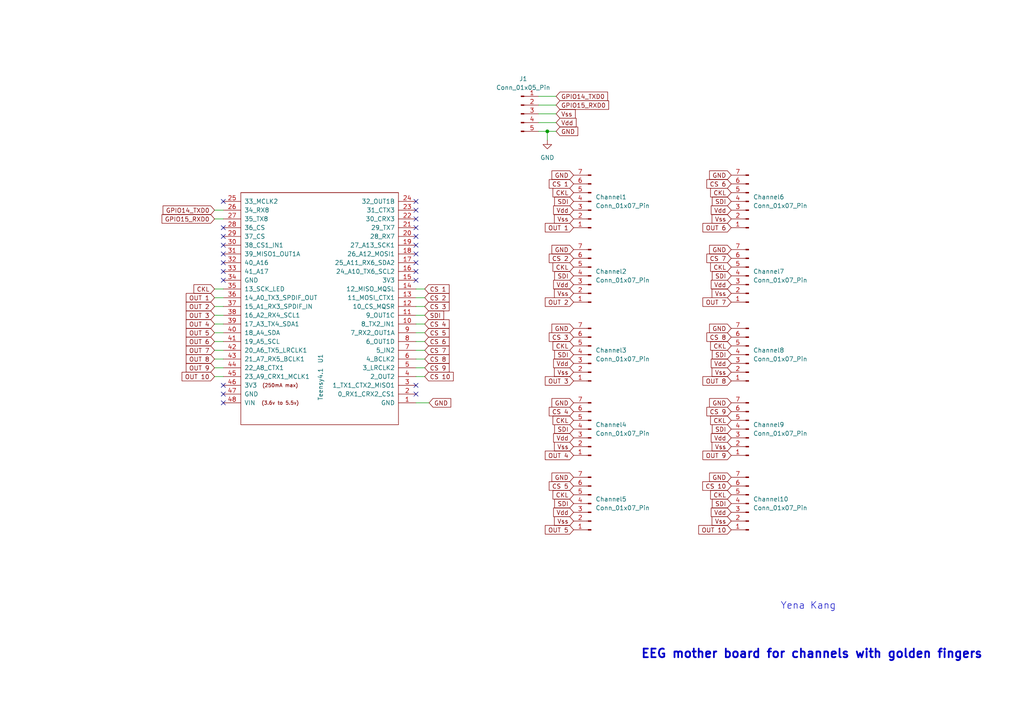
<source format=kicad_sch>
(kicad_sch (version 20231120) (generator "eeschema") (generator_version "8.0")
  (paper "A4")
  (lib_symbols
    (symbol "Connector:Conn_01x05_Pin" (pin_names (offset 1.016) hide)
      (property "Reference" "J" (at 0 7.62 0))
      (property "Value" "Conn_01x05_Pin" (at 0 -7.62 0))
      (symbol "Conn_01x05_Pin_1_1"
        (polyline (pts (xy 1.27 -5.08) (xy 0.8636 -5.08)) (stroke (width 0.1524)))
        (polyline (pts (xy 1.27 -2.54) (xy 0.8636 -2.54)) (stroke (width 0.1524)))
        (polyline (pts (xy 1.27 0) (xy 0.8636 0)) (stroke (width 0.1524)))
        (polyline (pts (xy 1.27 2.54) (xy 0.8636 2.54)) (stroke (width 0.1524)))
        (polyline (pts (xy 1.27 5.08) (xy 0.8636 5.08)) (stroke (width 0.1524)))
        (rectangle (start 0.8636 -4.953) (end 0 -5.207) (stroke (width 0.1524)) (fill (type outline)))
        (rectangle (start 0.8636 -2.413) (end 0 -2.667) (stroke (width 0.1524)) (fill (type outline)))
        (rectangle (start 0.8636 0.127) (end 0 -0.127) (stroke (width 0.1524)) (fill (type outline)))
        (rectangle (start 0.8636 2.667) (end 0 2.413) (stroke (width 0.1524)) (fill (type outline)))
        (rectangle (start 0.8636 5.207) (end 0 4.953) (stroke (width 0.1524)) (fill (type outline)))
        (pin passive line (at 5.08 5.08 180) (length 3.81) (name "Pin_1") (number "1"))
        (pin passive line (at 5.08 2.54 180) (length 3.81) (name "Pin_2") (number "2"))
        (pin passive line (at 5.08 0 180) (length 3.81) (name "Pin_3") (number "3"))
        (pin passive line (at 5.08 -2.54 180) (length 3.81) (name "Pin_4") (number "4"))
        (pin passive line (at 5.08 -5.08 180) (length 3.81) (name "Pin_5") (number "5"))
      )
    )
    (symbol "Connector:Conn_01x07_Pin" (pin_names (offset 1.016) hide)
      (property "Reference" "J" (at 0 10.16 0))
      (property "Value" "Conn_01x07_Pin" (at 0 -10.16 0))
      (symbol "Conn_01x07_Pin_1_1"
        (polyline (pts (xy 1.27 -7.62) (xy 0.8636 -7.62)) (stroke (width 0.1524)))
        (polyline (pts (xy 1.27 -5.08) (xy 0.8636 -5.08)) (stroke (width 0.1524)))
        (polyline (pts (xy 1.27 -2.54) (xy 0.8636 -2.54)) (stroke (width 0.1524)))
        (polyline (pts (xy 1.27 0) (xy 0.8636 0)) (stroke (width 0.1524)))
        (polyline (pts (xy 1.27 2.54) (xy 0.8636 2.54)) (stroke (width 0.1524)))
        (polyline (pts (xy 1.27 5.08) (xy 0.8636 5.08)) (stroke (width 0.1524)))
        (polyline (pts (xy 1.27 7.62) (xy 0.8636 7.62)) (stroke (width 0.1524)))
        (rectangle (start 0.8636 -7.493) (end 0 -7.747) (stroke (width 0.1524)) (fill (type outline)))
        (rectangle (start 0.8636 -4.953) (end 0 -5.207) (stroke (width 0.1524)) (fill (type outline)))
        (rectangle (start 0.8636 -2.413) (end 0 -2.667) (stroke (width 0.1524)) (fill (type outline)))
        (rectangle (start 0.8636 0.127) (end 0 -0.127) (stroke (width 0.1524)) (fill (type outline)))
        (rectangle (start 0.8636 2.667) (end 0 2.413) (stroke (width 0.1524)) (fill (type outline)))
        (rectangle (start 0.8636 5.207) (end 0 4.953) (stroke (width 0.1524)) (fill (type outline)))
        (rectangle (start 0.8636 7.747) (end 0 7.493) (stroke (width 0.1524)) (fill (type outline)))
        (pin passive line (at 5.08 7.62 180) (length 3.81) (name "Pin_1") (number "1"))
        (pin passive line (at 5.08 5.08 180) (length 3.81) (name "Pin_2") (number "2"))
        (pin passive line (at 5.08 2.54 180) (length 3.81) (name "Pin_3") (number "3"))
        (pin passive line (at 5.08 0 180) (length 3.81) (name "Pin_4") (number "4"))
        (pin passive line (at 5.08 -2.54 180) (length 3.81) (name "Pin_5") (number "5"))
        (pin passive line (at 5.08 -5.08 180) (length 3.81) (name "Pin_6") (number "6"))
        (pin passive line (at 5.08 -7.62 180) (length 3.81) (name "Pin_7") (number "7"))
      )
    )
    (symbol "power:GND" (power) (pin_numbers hide) (pin_names (offset 0) hide)
      (property "Value" "GND" (at 0 -3.81 0))
      (symbol "GND_0_1"
        (polyline (pts (xy 0 0) (xy 0 -1.27) (xy 1.27 -1.27) (xy 0 -2.54) (xy -1.27 -1.27) (xy 0 -1.27)))
      )
      (symbol "GND_1_1"
        (pin power_in line (at 0 0 270) (length 0) (name "~") (number "1"))
      )
    )
    (symbol "teensy:Teensy4.1" (pin_names (offset 1.016))
      (property "Reference" "U" (at 0 64.77 0))
      (property "Value" "Teensy4.1" (at 0 62.23 0))
      (symbol "Teensy4.1_0_0"
        (polyline (pts (xy -22.86 -6.35) (xy 22.86 -6.35)))
        (text "(250mA max)" (at 11.43 49.53 0) (effects (font (size 1.016 1.016))))
        (text "(3.6v to 5.5v)" (at 11.43 54.61 0) (effects (font (size 1.016 1.016))))
        (pin bidirectional line (at -27.94 31.75 0) (length 5.08) (name "8_TX2_IN1") (number "10"))
        (pin bidirectional line (at -27.94 29.21 0) (length 5.08) (name "9_OUT1C") (number "11"))
        (pin bidirectional line (at -27.94 26.67 0) (length 5.08) (name "10_CS_MQSR") (number "12"))
        (pin bidirectional line (at -27.94 24.13 0) (length 5.08) (name "11_MOSI_CTX1") (number "13"))
        (pin bidirectional line (at -27.94 21.59 0) (length 5.08) (name "12_MISO_MQSL") (number "14"))
        (pin power_in line (at -27.94 19.05 0) (length 5.08) (name "3V3") (number "15"))
        (pin bidirectional line (at -27.94 16.51 0) (length 5.08) (name "24_A10_TX6_SCL2") (number "16"))
        (pin bidirectional line (at -27.94 13.97 0) (length 5.08) (name "25_A11_RX6_SDA2") (number "17"))
        (pin bidirectional line (at -27.94 11.43 0) (length 5.08) (name "26_A12_MOSI1") (number "18"))
        (pin bidirectional line (at -27.94 8.89 0) (length 5.08) (name "27_A13_SCK1") (number "19"))
        (pin bidirectional line (at -27.94 6.35 0) (length 5.08) (name "28_RX7") (number "20"))
        (pin bidirectional line (at -27.94 3.81 0) (length 5.08) (name "29_TX7") (number "21"))
        (pin bidirectional line (at -27.94 1.27 0) (length 5.08) (name "30_CRX3") (number "22"))
        (pin bidirectional line (at -27.94 -1.27 0) (length 5.08) (name "31_CTX3") (number "23"))
        (pin bidirectional line (at -27.94 -3.81 0) (length 5.08) (name "32_OUT1B") (number "24"))
        (pin bidirectional line (at 27.94 -3.81 180) (length 5.08) (name "33_MCLK2") (number "25"))
        (pin bidirectional line (at 27.94 -1.27 180) (length 5.08) (name "34_RX8") (number "26"))
        (pin bidirectional line (at 27.94 1.27 180) (length 5.08) (name "35_TX8") (number "27"))
        (pin bidirectional line (at 27.94 3.81 180) (length 5.08) (name "36_CS") (number "28"))
        (pin bidirectional line (at 27.94 6.35 180) (length 5.08) (name "37_CS") (number "29"))
        (pin bidirectional line (at 27.94 8.89 180) (length 5.08) (name "38_CS1_IN1") (number "30"))
        (pin bidirectional line (at 27.94 11.43 180) (length 5.08) (name "39_MISO1_OUT1A") (number "31"))
        (pin bidirectional line (at 27.94 13.97 180) (length 5.08) (name "40_A16") (number "32"))
        (pin bidirectional line (at 27.94 16.51 180) (length 5.08) (name "41_A17") (number "33"))
        (pin bidirectional line (at 27.94 21.59 180) (length 5.08) (name "13_SCK_LED") (number "35"))
        (pin bidirectional line (at 27.94 24.13 180) (length 5.08) (name "14_A0_TX3_SPDIF_OUT") (number "36"))
        (pin bidirectional line (at 27.94 26.67 180) (length 5.08) (name "15_A1_RX3_SPDIF_IN") (number "37"))
        (pin bidirectional line (at 27.94 29.21 180) (length 5.08) (name "16_A2_RX4_SCL1") (number "38"))
        (pin bidirectional line (at 27.94 31.75 180) (length 5.08) (name "17_A3_TX4_SDA1") (number "39"))
        (pin bidirectional line (at 27.94 34.29 180) (length 5.08) (name "18_A4_SDA") (number "40"))
        (pin bidirectional line (at 27.94 36.83 180) (length 5.08) (name "19_A5_SCL") (number "41"))
        (pin bidirectional line (at 27.94 39.37 180) (length 5.08) (name "20_A6_TX5_LRCLK1") (number "42"))
        (pin bidirectional line (at 27.94 41.91 180) (length 5.08) (name "21_A7_RX5_BCLK1") (number "43"))
        (pin bidirectional line (at 27.94 44.45 180) (length 5.08) (name "22_A8_CTX1") (number "44"))
        (pin bidirectional line (at 27.94 46.99 180) (length 5.08) (name "23_A9_CRX1_MCLK1") (number "45"))
        (pin output line (at 27.94 49.53 180) (length 5.08) (name "3V3") (number "46"))
        (pin output line (at 27.94 52.07 180) (length 5.08) (name "GND") (number "47"))
        (pin power_in line (at 27.94 54.61 180) (length 5.08) (name "VIN") (number "48"))
        (pin bidirectional line (at -27.94 44.45 0) (length 5.08) (name "3_LRCLK2") (number "5"))
        (pin bidirectional line (at -27.94 41.91 0) (length 5.08) (name "4_BCLK2") (number "6"))
        (pin bidirectional line (at -27.94 39.37 0) (length 5.08) (name "5_IN2") (number "7"))
        (pin bidirectional line (at -27.94 36.83 0) (length 5.08) (name "6_OUT1D") (number "8"))
        (pin bidirectional line (at -27.94 34.29 0) (length 5.08) (name "7_RX2_OUT1A") (number "9"))
      )
      (symbol "Teensy4.1_0_1"
        (rectangle (start -22.86 60.96) (end 22.86 -6.35))
        (rectangle (start -20.32 -1.27) (end -20.32 -1.27))
      )
      (symbol "Teensy4.1_1_1"
        (pin power_in line (at -27.94 54.61 0) (length 5.08) (name "GND") (number "1"))
        (pin bidirectional line (at -27.94 52.07 0) (length 5.08) (name "0_RX1_CRX2_CS1") (number "2"))
        (pin bidirectional line (at -27.94 49.53 0) (length 5.08) (name "1_TX1_CTX2_MISO1") (number "3"))
        (pin power_in line (at 27.94 19.05 180) (length 5.08) (name "GND") (number "34"))
        (pin bidirectional line (at -27.94 46.99 0) (length 5.08) (name "2_OUT2") (number "4"))
      )
    )
  )
  (junction (at 158.75 38.1))
  (no_connect (at 64.77 68.58))
  (no_connect (at 64.77 78.74))
  (no_connect (at 120.65 66.04))
  (no_connect (at 120.65 114.3))
  (no_connect (at 120.65 81.28))
  (no_connect (at 64.77 66.04))
  (no_connect (at 120.65 73.66))
  (no_connect (at 64.77 114.3))
  (no_connect (at 64.77 73.66))
  (no_connect (at 64.77 76.2))
  (no_connect (at 120.65 71.12))
  (no_connect (at 64.77 71.12))
  (no_connect (at 64.77 81.28))
  (no_connect (at 120.65 60.96))
  (no_connect (at 120.65 111.76))
  (no_connect (at 64.77 116.84))
  (no_connect (at 120.65 68.58))
  (no_connect (at 120.65 63.5))
  (no_connect (at 120.65 58.42))
  (no_connect (at 64.77 58.42))
  (no_connect (at 64.77 111.76))
  (no_connect (at 120.65 78.74))
  (no_connect (at 120.65 76.2))
  (wire (pts (xy 62.23 99.06) (xy 64.77 99.06)))
  (wire (pts (xy 62.23 96.52) (xy 64.77 96.52)))
  (wire (pts (xy 62.23 86.36) (xy 64.77 86.36)))
  (wire (pts (xy 123.19 101.6) (xy 120.65 101.6)))
  (wire (pts (xy 156.21 38.1) (xy 158.75 38.1)))
  (wire (pts (xy 120.65 106.68) (xy 123.19 106.68)))
  (wire (pts (xy 120.65 116.84) (xy 124.46 116.84)))
  (wire (pts (xy 156.21 30.48) (xy 161.29 30.48)))
  (wire (pts (xy 62.23 101.6) (xy 64.77 101.6)))
  (wire (pts (xy 120.65 109.22) (xy 123.19 109.22)))
  (wire (pts (xy 123.19 88.9) (xy 120.65 88.9)))
  (wire (pts (xy 62.23 109.22) (xy 64.77 109.22)))
  (wire (pts (xy 62.23 91.44) (xy 64.77 91.44)))
  (wire (pts (xy 123.19 91.44) (xy 120.65 91.44)))
  (wire (pts (xy 123.19 93.98) (xy 120.65 93.98)))
  (wire (pts (xy 158.75 38.1) (xy 161.29 38.1)))
  (wire (pts (xy 123.19 83.82) (xy 120.65 83.82)))
  (wire (pts (xy 62.23 83.82) (xy 64.77 83.82)))
  (wire (pts (xy 158.75 38.1) (xy 158.75 40.64)))
  (wire (pts (xy 62.23 88.9) (xy 64.77 88.9)))
  (wire (pts (xy 62.23 104.14) (xy 64.77 104.14)))
  (wire (pts (xy 123.19 104.14) (xy 120.65 104.14)))
  (wire (pts (xy 123.19 86.36) (xy 120.65 86.36)))
  (wire (pts (xy 62.23 63.5) (xy 64.77 63.5)))
  (wire (pts (xy 156.21 27.94) (xy 161.29 27.94)))
  (wire (pts (xy 62.23 60.96) (xy 64.77 60.96)))
  (wire (pts (xy 62.23 93.98) (xy 64.77 93.98)))
  (wire (pts (xy 62.23 106.68) (xy 64.77 106.68)))
  (wire (pts (xy 123.19 96.52) (xy 120.65 96.52)))
  (wire (pts (xy 156.21 35.56) (xy 161.29 35.56)))
  (wire (pts (xy 123.19 99.06) (xy 120.65 99.06)))
  (wire (pts (xy 156.21 33.02) (xy 161.29 33.02)))
  (text "EEG mother board for channels with golden fingers" (at 235.458 189.738 0) (effects (font (size 2.5 2.5) (bold yes))))
  (text "Yena Kang\n" (at 234.442 175.768 0) (effects (font (size 2 2))))
  (global_label "Vdd" (shape input) (at 212.09 60.96 180) (property "Intersheetrefs" "${INTERSHEET_REFS}" (effects (hide yes))))
  (global_label "CKL" (shape input) (at 212.09 55.88 180) (property "Intersheetrefs" "${INTERSHEET_REFS}" (effects (hide yes))))
  (global_label "OUT 5" (shape input) (at 166.37 153.67 180) (property "Intersheetrefs" "${INTERSHEET_REFS}" (effects (hide yes))))
  (global_label "OUT 8" (shape input) (at 212.09 110.49 180) (property "Intersheetrefs" "${INTERSHEET_REFS}" (effects (hide yes))))
  (global_label "GND" (shape input) (at 212.09 95.25 180) (property "Intersheetrefs" "${INTERSHEET_REFS}" (effects (hide yes))))
  (global_label "GPIO14_TXD0" (shape input) (at 62.23 60.96 180) (property "Intersheetrefs" "${INTERSHEET_REFS}" (effects (hide yes))))
  (global_label "CS 2" (shape input) (at 166.37 74.93 180) (property "Intersheetrefs" "${INTERSHEET_REFS}" (effects (hide yes))))
  (global_label "Vss" (shape input) (at 161.29 33.02 0) (property "Intersheetrefs" "${INTERSHEET_REFS}" (effects (hide yes))))
  (global_label "CS 7" (shape input) (at 212.09 74.93 180) (property "Intersheetrefs" "${INTERSHEET_REFS}" (effects (hide yes))))
  (global_label "Vdd" (shape input) (at 212.09 127 180) (property "Intersheetrefs" "${INTERSHEET_REFS}" (effects (hide yes))))
  (global_label "GND" (shape input) (at 212.09 116.84 180) (property "Intersheetrefs" "${INTERSHEET_REFS}" (effects (hide yes))))
  (global_label "OUT 7" (shape input) (at 212.09 87.63 180) (property "Intersheetrefs" "${INTERSHEET_REFS}" (effects (hide yes))))
  (global_label "OUT 7" (shape input) (at 62.23 101.6 180) (property "Intersheetrefs" "${INTERSHEET_REFS}" (effects (hide yes))))
  (global_label "CS 6" (shape input) (at 123.19 99.06 0) (property "Intersheetrefs" "${INTERSHEET_REFS}" (effects (hide yes))))
  (global_label "Vss" (shape input) (at 212.09 85.09 180) (property "Intersheetrefs" "${INTERSHEET_REFS}" (effects (hide yes))))
  (global_label "GPIO14_TXD0" (shape input) (at 161.29 27.94 0) (property "Intersheetrefs" "${INTERSHEET_REFS}" (effects (hide yes))))
  (global_label "OUT 3" (shape input) (at 166.37 110.49 180) (property "Intersheetrefs" "${INTERSHEET_REFS}" (effects (hide yes))))
  (global_label "CS 4" (shape input) (at 123.19 93.98 0) (property "Intersheetrefs" "${INTERSHEET_REFS}" (effects (hide yes))))
  (global_label "CKL" (shape input) (at 62.23 83.82 180) (property "Intersheetrefs" "${INTERSHEET_REFS}" (effects (hide yes))))
  (global_label "CS 3" (shape input) (at 123.19 88.9 0) (property "Intersheetrefs" "${INTERSHEET_REFS}" (effects (hide yes))))
  (global_label "Vdd" (shape input) (at 166.37 105.41 180) (property "Intersheetrefs" "${INTERSHEET_REFS}" (effects (hide yes))))
  (global_label "Vdd" (shape input) (at 166.37 127 180) (property "Intersheetrefs" "${INTERSHEET_REFS}" (effects (hide yes))))
  (global_label "OUT 10" (shape input) (at 212.09 153.67 180) (property "Intersheetrefs" "${INTERSHEET_REFS}" (effects (hide yes))))
  (global_label "CS 4" (shape input) (at 166.37 119.38 180) (property "Intersheetrefs" "${INTERSHEET_REFS}" (effects (hide yes))))
  (global_label "CS 2" (shape input) (at 123.19 86.36 0) (property "Intersheetrefs" "${INTERSHEET_REFS}" (effects (hide yes))))
  (global_label "GND" (shape input) (at 166.37 95.25 180) (property "Intersheetrefs" "${INTERSHEET_REFS}" (effects (hide yes))))
  (global_label "SDI" (shape input) (at 212.09 146.05 180) (property "Intersheetrefs" "${INTERSHEET_REFS}" (effects (hide yes))))
  (global_label "GPIO15_RXD0" (shape input) (at 161.29 30.48 0) (property "Intersheetrefs" "${INTERSHEET_REFS}" (effects (hide yes))))
  (global_label "CS 7" (shape input) (at 123.19 101.6 0) (property "Intersheetrefs" "${INTERSHEET_REFS}" (effects (hide yes))))
  (global_label "CS 5" (shape input) (at 123.19 96.52 0) (property "Intersheetrefs" "${INTERSHEET_REFS}" (effects (hide yes))))
  (global_label "CKL" (shape input) (at 212.09 121.92 180) (property "Intersheetrefs" "${INTERSHEET_REFS}" (effects (hide yes))))
  (global_label "Vdd" (shape input) (at 166.37 60.96 180) (property "Intersheetrefs" "${INTERSHEET_REFS}" (effects (hide yes))))
  (global_label "CS 10" (shape input) (at 123.19 109.22 0) (property "Intersheetrefs" "${INTERSHEET_REFS}" (effects (hide yes))))
  (global_label "OUT 8" (shape input) (at 62.23 104.14 180) (property "Intersheetrefs" "${INTERSHEET_REFS}" (effects (hide yes))))
  (global_label "Vdd" (shape input) (at 166.37 148.59 180) (property "Intersheetrefs" "${INTERSHEET_REFS}" (effects (hide yes))))
  (global_label "Vdd" (shape input) (at 212.09 82.55 180) (property "Intersheetrefs" "${INTERSHEET_REFS}" (effects (hide yes))))
  (global_label "CS 8" (shape input) (at 212.09 97.79 180) (property "Intersheetrefs" "${INTERSHEET_REFS}" (effects (hide yes))))
  (global_label "Vss" (shape input) (at 212.09 151.13 180) (property "Intersheetrefs" "${INTERSHEET_REFS}" (effects (hide yes))))
  (global_label "GND" (shape input) (at 166.37 72.39 180) (property "Intersheetrefs" "${INTERSHEET_REFS}" (effects (hide yes))))
  (global_label "GPIO15_RXD0" (shape input) (at 62.23 63.5 180) (property "Intersheetrefs" "${INTERSHEET_REFS}" (effects (hide yes))))
  (global_label "OUT 9" (shape input) (at 62.23 106.68 180) (property "Intersheetrefs" "${INTERSHEET_REFS}" (effects (hide yes))))
  (global_label "OUT 2" (shape input) (at 62.23 88.9 180) (property "Intersheetrefs" "${INTERSHEET_REFS}" (effects (hide yes))))
  (global_label "Vss" (shape input) (at 212.09 129.54 180) (property "Intersheetrefs" "${INTERSHEET_REFS}" (effects (hide yes))))
  (global_label "CKL" (shape input) (at 212.09 143.51 180) (property "Intersheetrefs" "${INTERSHEET_REFS}" (effects (hide yes))))
  (global_label "Vdd" (shape input) (at 161.29 35.56 0) (property "Intersheetrefs" "${INTERSHEET_REFS}" (effects (hide yes))))
  (global_label "CKL" (shape input) (at 166.37 100.33 180) (property "Intersheetrefs" "${INTERSHEET_REFS}" (effects (hide yes))))
  (global_label "SDI" (shape input) (at 123.19 91.44 0) (property "Intersheetrefs" "${INTERSHEET_REFS}" (effects (hide yes))))
  (global_label "Vss" (shape input) (at 166.37 129.54 180) (property "Intersheetrefs" "${INTERSHEET_REFS}" (effects (hide yes))))
  (global_label "SDI" (shape input) (at 212.09 124.46 180) (property "Intersheetrefs" "${INTERSHEET_REFS}" (effects (hide yes))))
  (global_label "CS 8" (shape input) (at 123.19 104.14 0) (property "Intersheetrefs" "${INTERSHEET_REFS}" (effects (hide yes))))
  (global_label "OUT 10" (shape input) (at 62.23 109.22 180) (property "Intersheetrefs" "${INTERSHEET_REFS}" (effects (hide yes))))
  (global_label "OUT 2" (shape input) (at 166.37 87.63 180) (property "Intersheetrefs" "${INTERSHEET_REFS}" (effects (hide yes))))
  (global_label "GND" (shape input) (at 166.37 50.8 180) (property "Intersheetrefs" "${INTERSHEET_REFS}" (effects (hide yes))))
  (global_label "CS 5" (shape input) (at 166.37 140.97 180) (property "Intersheetrefs" "${INTERSHEET_REFS}" (effects (hide yes))))
  (global_label "OUT 6" (shape input) (at 62.23 99.06 180) (property "Intersheetrefs" "${INTERSHEET_REFS}" (effects (hide yes))))
  (global_label "CS 10" (shape input) (at 212.09 140.97 180) (property "Intersheetrefs" "${INTERSHEET_REFS}" (effects (hide yes))))
  (global_label "Vdd" (shape input) (at 166.37 82.55 180) (property "Intersheetrefs" "${INTERSHEET_REFS}" (effects (hide yes))))
  (global_label "SDI" (shape input) (at 166.37 146.05 180) (property "Intersheetrefs" "${INTERSHEET_REFS}" (effects (hide yes))))
  (global_label "CKL" (shape input) (at 166.37 121.92 180) (property "Intersheetrefs" "${INTERSHEET_REFS}" (effects (hide yes))))
  (global_label "GND" (shape input) (at 124.46 116.84 0) (property "Intersheetrefs" "${INTERSHEET_REFS}" (effects (hide yes))))
  (global_label "OUT 1" (shape input) (at 166.37 66.04 180) (property "Intersheetrefs" "${INTERSHEET_REFS}" (effects (hide yes))))
  (global_label "OUT 9" (shape input) (at 212.09 132.08 180) (property "Intersheetrefs" "${INTERSHEET_REFS}" (effects (hide yes))))
  (global_label "CKL" (shape input) (at 212.09 100.33 180) (property "Intersheetrefs" "${INTERSHEET_REFS}" (effects (hide yes))))
  (global_label "Vdd" (shape input) (at 212.09 105.41 180) (property "Intersheetrefs" "${INTERSHEET_REFS}" (effects (hide yes))))
  (global_label "Vss" (shape input) (at 212.09 63.5 180) (property "Intersheetrefs" "${INTERSHEET_REFS}" (effects (hide yes))))
  (global_label "SDI" (shape input) (at 212.09 102.87 180) (property "Intersheetrefs" "${INTERSHEET_REFS}" (effects (hide yes))))
  (global_label "GND" (shape input) (at 166.37 116.84 180) (property "Intersheetrefs" "${INTERSHEET_REFS}" (effects (hide yes))))
  (global_label "Vss" (shape input) (at 166.37 85.09 180) (property "Intersheetrefs" "${INTERSHEET_REFS}" (effects (hide yes))))
  (global_label "CKL" (shape input) (at 166.37 77.47 180) (property "Intersheetrefs" "${INTERSHEET_REFS}" (effects (hide yes))))
  (global_label "CS 1" (shape input) (at 166.37 53.34 180) (property "Intersheetrefs" "${INTERSHEET_REFS}" (effects (hide yes))))
  (global_label "CS 9" (shape input) (at 212.09 119.38 180) (property "Intersheetrefs" "${INTERSHEET_REFS}" (effects (hide yes))))
  (global_label "OUT 1" (shape input) (at 62.23 86.36 180) (property "Intersheetrefs" "${INTERSHEET_REFS}" (effects (hide yes))))
  (global_label "GND" (shape input) (at 212.09 138.43 180) (property "Intersheetrefs" "${INTERSHEET_REFS}" (effects (hide yes))))
  (global_label "OUT 6" (shape input) (at 212.09 66.04 180) (property "Intersheetrefs" "${INTERSHEET_REFS}" (effects (hide yes))))
  (global_label "Vss" (shape input) (at 166.37 151.13 180) (property "Intersheetrefs" "${INTERSHEET_REFS}" (effects (hide yes))))
  (global_label "CS 3" (shape input) (at 166.37 97.79 180) (property "Intersheetrefs" "${INTERSHEET_REFS}" (effects (hide yes))))
  (global_label "Vss" (shape input) (at 166.37 63.5 180) (property "Intersheetrefs" "${INTERSHEET_REFS}" (effects (hide yes))))
  (global_label "CS 1" (shape input) (at 123.19 83.82 0) (property "Intersheetrefs" "${INTERSHEET_REFS}" (effects (hide yes))))
  (global_label "SDI" (shape input) (at 166.37 102.87 180) (property "Intersheetrefs" "${INTERSHEET_REFS}" (effects (hide yes))))
  (global_label "OUT 5" (shape input) (at 62.23 96.52 180) (property "Intersheetrefs" "${INTERSHEET_REFS}" (effects (hide yes))))
  (global_label "SDI" (shape input) (at 212.09 58.42 180) (property "Intersheetrefs" "${INTERSHEET_REFS}" (effects (hide yes))))
  (global_label "Vss" (shape input) (at 166.37 107.95 180) (property "Intersheetrefs" "${INTERSHEET_REFS}" (effects (hide yes))))
  (global_label "SDI" (shape input) (at 212.09 80.01 180) (property "Intersheetrefs" "${INTERSHEET_REFS}" (effects (hide yes))))
  (global_label "OUT 4" (shape input) (at 166.37 132.08 180) (property "Intersheetrefs" "${INTERSHEET_REFS}" (effects (hide yes))))
  (global_label "CS 6" (shape input) (at 212.09 53.34 180) (property "Intersheetrefs" "${INTERSHEET_REFS}" (effects (hide yes))))
  (global_label "GND" (shape input) (at 161.29 38.1 0) (property "Intersheetrefs" "${INTERSHEET_REFS}" (effects (hide yes))))
  (global_label "SDI" (shape input) (at 166.37 58.42 180) (property "Intersheetrefs" "${INTERSHEET_REFS}" (effects (hide yes))))
  (global_label "CKL" (shape input) (at 212.09 77.47 180) (property "Intersheetrefs" "${INTERSHEET_REFS}" (effects (hide yes))))
  (global_label "Vss" (shape input) (at 212.09 107.95 180) (property "Intersheetrefs" "${INTERSHEET_REFS}" (effects (hide yes))))
  (global_label "CKL" (shape input) (at 166.37 143.51 180) (property "Intersheetrefs" "${INTERSHEET_REFS}" (effects (hide yes))))
  (global_label "GND" (shape input) (at 166.37 138.43 180) (property "Intersheetrefs" "${INTERSHEET_REFS}" (effects (hide yes))))
  (global_label "Vdd" (shape input) (at 212.09 148.59 180) (property "Intersheetrefs" "${INTERSHEET_REFS}" (effects (hide yes))))
  (global_label "OUT 4" (shape input) (at 62.23 93.98 180) (property "Intersheetrefs" "${INTERSHEET_REFS}" (effects (hide yes))))
  (global_label "GND" (shape input) (at 212.09 50.8 180) (property "Intersheetrefs" "${INTERSHEET_REFS}" (effects (hide yes))))
  (global_label "CS 9" (shape input) (at 123.19 106.68 0) (property "Intersheetrefs" "${INTERSHEET_REFS}" (effects (hide yes))))
  (global_label "GND" (shape input) (at 212.09 72.39 180) (property "Intersheetrefs" "${INTERSHEET_REFS}" (effects (hide yes))))
  (global_label "OUT 3" (shape input) (at 62.23 91.44 180) (property "Intersheetrefs" "${INTERSHEET_REFS}" (effects (hide yes))))
  (global_label "SDI" (shape input) (at 166.37 124.46 180) (property "Intersheetrefs" "${INTERSHEET_REFS}" (effects (hide yes))))
  (global_label "CKL" (shape input) (at 166.37 55.88 180) (property "Intersheetrefs" "${INTERSHEET_REFS}" (effects (hide yes))))
  (global_label "SDI" (shape input) (at 166.37 80.01 180) (property "Intersheetrefs" "${INTERSHEET_REFS}" (effects (hide yes))))
  (symbol (lib_id "power:GND") (at 158.75 40.64 0) (unit 1)
    (property "Reference" "#PWR01" (effects (hide yes)))
    (property "Value" "GND" (at 158.75 45.72 0))
    (property "Description" "Power symbol creates a global label with name \"GND\" , ground" (effects (hide yes)))
  )
  (symbol (lib_id "Connector:Conn_01x05_Pin") (at 151.13 33.02 0) (unit 1)
    (property "Reference" "J1" (at 151.765 22.86 0))
    (property "Value" "Conn_01x05_Pin" (at 151.765 25.4 0))
    (property "Footprint" "Connector_PinHeader_1.27mm:PinHeader_1x05_P1.27mm_Vertical" (effects (hide yes)))
    (property "Description" "Generic connector, single row, 01x05, script generated" (effects (hide yes)))
  )
  (symbol (lib_id "Connector:Conn_01x07_Pin") (at 171.45 146.05 180) (unit 1)
    (property "Reference" "Channel5" (at 172.72 144.7799 0) (effects (justify right)))
    (property "Value" "Conn_01x07_Pin" (at 172.72 147.3199 0) (effects (justify right)))
    (property "Footprint" "Connector_PinHeader_1.00mm:GoldFingers_1x07_P2.50mm" (effects (hide yes)))
    (property "Description" "Generic connector, single row, 01x07, script generated" (effects (hide yes)))
  )
  (symbol (lib_id "Connector:Conn_01x07_Pin") (at 171.45 58.42 180) (unit 1)
    (property "Reference" "Channel1" (at 172.72 57.1499 0) (effects (justify right)))
    (property "Value" "Conn_01x07_Pin" (at 172.72 59.6899 0) (effects (justify right)))
    (property "Footprint" "Connector_PinHeader_1.00mm:GoldFingers_1x07_P2.50mm" (effects (hide yes)))
    (property "Description" "Generic connector, single row, 01x07, script generated" (effects (hide yes)))
  )
  (symbol (lib_id "Connector:Conn_01x07_Pin") (at 171.45 124.46 180) (unit 1)
    (property "Reference" "Channel4" (at 172.72 123.1899 0) (effects (justify right)))
    (property "Value" "Conn_01x07_Pin" (at 172.72 125.7299 0) (effects (justify right)))
    (property "Footprint" "Connector_PinHeader_1.00mm:GoldFingers_1x07_P2.50mm" (effects (hide yes)))
    (property "Description" "Generic connector, single row, 01x07, script generated" (effects (hide yes)))
  )
  (symbol (lib_id "Connector:Conn_01x07_Pin") (at 171.45 80.01 180) (unit 1)
    (property "Reference" "Channel2" (at 172.72 78.7399 0) (effects (justify right)))
    (property "Value" "Conn_01x07_Pin" (at 172.72 81.2799 0) (effects (justify right)))
    (property "Footprint" "Connector_PinHeader_1.00mm:GoldFingers_1x07_P2.50mm" (effects (hide yes)))
    (property "Description" "Generic connector, single row, 01x07, script generated" (effects (hide yes)))
  )
  (symbol (lib_id "Connector:Conn_01x07_Pin") (at 217.17 102.87 180) (unit 1)
    (property "Reference" "Channel8" (at 218.44 101.5999 0) (effects (justify right)))
    (property "Value" "Conn_01x07_Pin" (at 218.44 104.1399 0) (effects (justify right)))
    (property "Footprint" "Connector_PinHeader_1.00mm:GoldFingers_1x07_P2.50mm" (effects (hide yes)))
    (property "Description" "Generic connector, single row, 01x07, script generated" (effects (hide yes)))
  )
  (symbol (lib_id "teensy:Teensy4.1") (at 92.71 62.23 180) (unit 1)
    (property "Reference" "U1" (at 92.964 102.616 90) (effects (justify left)))
    (property "Value" "Teensy4.1" (at 92.964 106.68 90) (effects (justify left)))
    (property "Footprint" "Teensy 4.1:Teensy41" (effects (hide yes)))
  )
  (symbol (lib_id "Connector:Conn_01x07_Pin") (at 171.45 102.87 180) (unit 1)
    (property "Reference" "Channel3" (at 172.72 101.5999 0) (effects (justify right)))
    (property "Value" "Conn_01x07_Pin" (at 172.72 104.1399 0) (effects (justify right)))
    (property "Footprint" "Connector_PinHeader_1.00mm:GoldFingers_1x07_P2.50mm" (effects (hide yes)))
    (property "Description" "Generic connector, single row, 01x07, script generated" (effects (hide yes)))
  )
  (symbol (lib_id "Connector:Conn_01x07_Pin") (at 217.17 146.05 180) (unit 1)
    (property "Reference" "Channel10" (at 218.44 144.7799 0) (effects (justify right)))
    (property "Value" "Conn_01x07_Pin" (at 218.44 147.3199 0) (effects (justify right)))
    (property "Footprint" "Connector_PinHeader_1.00mm:GoldFingers_1x07_P2.50mm" (effects (hide yes)))
    (property "Description" "Generic connector, single row, 01x07, script generated" (effects (hide yes)))
  )
  (symbol (lib_id "Connector:Conn_01x07_Pin") (at 217.17 58.42 180) (unit 1)
    (property "Reference" "Channel6" (at 218.44 57.1499 0) (effects (justify right)))
    (property "Value" "Conn_01x07_Pin" (at 218.44 59.6899 0) (effects (justify right)))
    (property "Footprint" "Connector_PinHeader_1.00mm:GoldFingers_1x07_P2.50mm" (effects (hide yes)))
    (property "Description" "Generic connector, single row, 01x07, script generated" (effects (hide yes)))
  )
  (symbol (lib_id "Connector:Conn_01x07_Pin") (at 217.17 124.46 180) (unit 1)
    (property "Reference" "Channel9" (at 218.44 123.1899 0) (effects (justify right)))
    (property "Value" "Conn_01x07_Pin" (at 218.44 125.7299 0) (effects (justify right)))
    (property "Footprint" "Connector_PinHeader_1.00mm:GoldFingers_1x07_P2.50mm" (effects (hide yes)))
    (property "Description" "Generic connector, single row, 01x07, script generated" (effects (hide yes)))
  )
  (symbol (lib_id "Connector:Conn_01x07_Pin") (at 217.17 80.01 180) (unit 1)
    (property "Reference" "Channel7" (at 218.44 78.7399 0) (effects (justify right)))
    (property "Value" "Conn_01x07_Pin" (at 218.44 81.2799 0) (effects (justify right)))
    (property "Footprint" "Connector_PinHeader_1.00mm:GoldFingers_1x07_P2.50mm" (effects (hide yes)))
    (property "Description" "Generic connector, single row, 01x07, script generated" (effects (hide yes)))
  )
)
</source>
